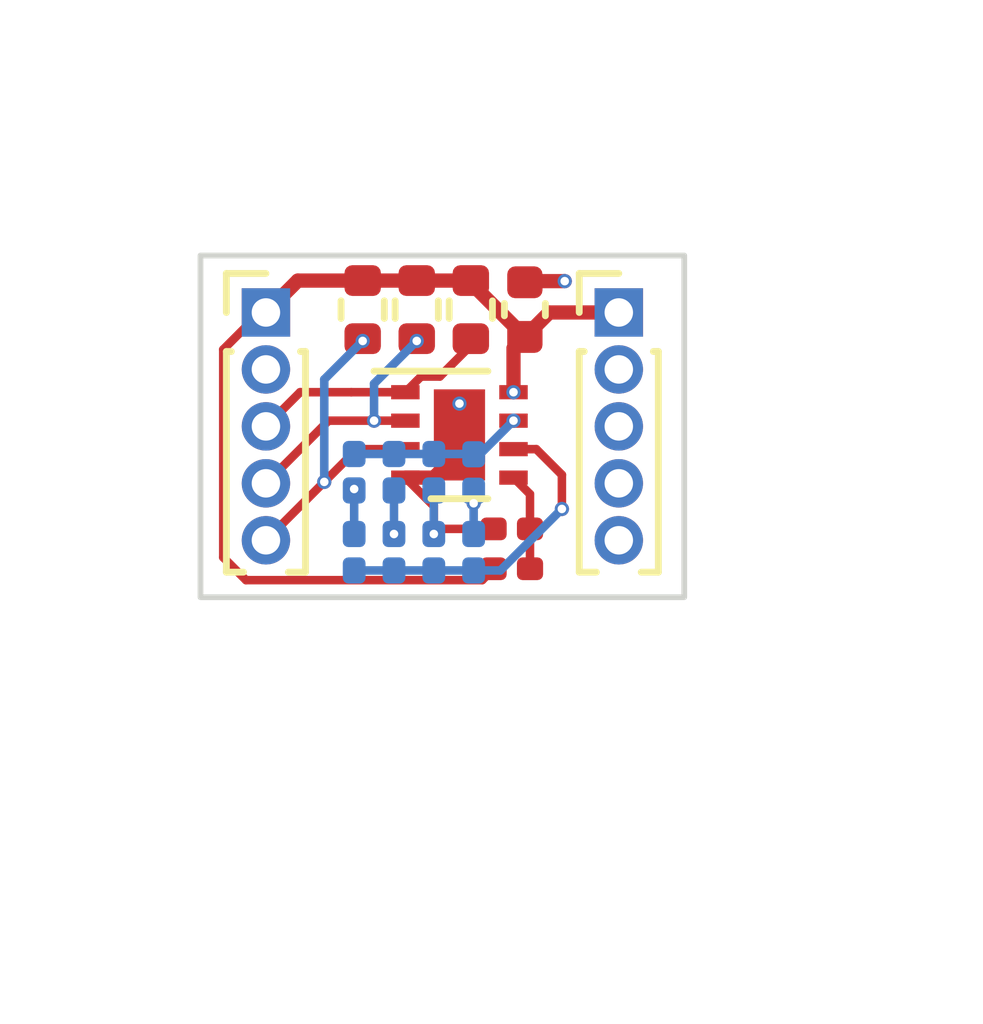
<source format=kicad_pcb>
(kicad_pcb (version 20221018) (generator pcbnew)
  (layers (0 "F.Cu" signal) (1 "In1.Cu" signal) (2 "In2.Cu" signal) (31 "B.Cu" signal) (34 "B.Paste" user) (35 "F.Paste" user) (36 "B.SilkS" user "B.Silkscreen") (37 "F.SilkS" user "F.Silkscreen") (38 "B.Mask" user) (39 "F.Mask" user) (44 "Edge.Cuts" user))
  (net 0 "")
  (net 1 "+3V3")
  (net 2 "GND")
  (net 3 "/SDA")
  (net 4 "/SCL")
  (net 5 "/ALERT")
  (net 6 "/A0")
  (net 7 "/A1")
  (net 8 "/A2")
  (footprint "Package_SON:WSON-8-1EP_2x2mm_P0.5mm_EP0.9x1.6mm_ThermalVias" (layer "F.Cu") (at 153.05 95.75)
    (fp_text reference "U1" hide)
    (fp_text value "TMP1075DSG")
    (fp_line (start -1.5 -1.12) (end 0.5 -1.12) (stroke (width 0.12)) (layer "F.SilkS"))
    (fp_line (start 0.5 1.12) (end -0.5 1.12) (stroke (width 0.12)) (layer "F.SilkS"))
    (pad "1" smd rect (at -0.95 -0.75) (size 0.5 0.25) (layers "F.Cu" "F.Paste" "F.Mask") (net 3 "/SDA"))
    (pad "2" smd rect (at -0.95 -0.25) (size 0.5 0.25) (layers "F.Cu" "F.Paste" "F.Mask") (net 4 "/SCL"))
    (pad "3" smd rect (at -0.95 0.25) (size 0.5 0.25) (layers "F.Cu" "F.Paste" "F.Mask") (net 5 "/ALERT"))
    (pad "4" smd rect (at -0.95 0.75) (size 0.5 0.25) (layers "F.Cu" "F.Paste" "F.Mask") (net 2 "GND"))
    (pad "5" smd rect (at 0.95 0.75) (size 0.5 0.25) (layers "F.Cu" "F.Paste" "F.Mask") (net 8 "/A2"))
    (pad "6" smd rect (at 0.95 0.25) (size 0.5 0.25) (layers "F.Cu" "F.Paste" "F.Mask") (net 7 "/A1"))
    (pad "7" smd rect (at 0.95 -0.25) (size 0.5 0.25) (layers "F.Cu" "F.Paste" "F.Mask") (net 6 "/A0"))
    (pad "8" smd rect (at 0.95 -0.75) (size 0.5 0.25) (layers "F.Cu" "F.Paste" "F.Mask") (net 1 "+3V3"))
    (pad "9" smd rect (at 0 0) (size 0.9 1.6) (layers "F.Cu" "F.Mask") (net 2 "GND"))
  )
  (footprint "Resistor_SMD:R_0201_0603Metric" (layer "F.Cu") (at 153.97 97.4 180)
    (fp_text reference "JP9" hide)
    (fp_text value "SolderJumper_2_Open")
    (pad "1" smd roundrect (at -0.32 0 180) (size 0.46 0.4) (layers "F.Cu" "F.Mask") (net 8 "/A2"))
    (pad "2" smd roundrect (at 0.32 0 180) (size 0.46 0.4) (layers "F.Cu" "F.Mask") (net 2 "GND"))
  )
  (footprint "Resistor_SMD:R_0201_0603Metric" (layer "F.Cu") (at 153.97 98.1 180)
    (fp_text reference "JP10" hide)
    (fp_text value "SolderJumper_2_Open")
    (pad "1" smd roundrect (at -0.32 0 180) (size 0.46 0.4) (layers "F.Cu" "F.Mask") (net 8 "/A2"))
    (pad "2" smd roundrect (at 0.32 0 180) (size 0.46 0.4) (layers "F.Cu" "F.Mask") (net 1 "+3V3"))
  )
  (footprint "Resistor_SMD:R_0402_1005Metric" (layer "F.Cu") (at 151.35 93.55 -90)
    (fp_text reference "R3" hide)
    (fp_text value "4.7kΩ")
    (fp_line (start -0.153641 -0.38) (end 0.153641 -0.38) (stroke (width 0.12)) (layer "F.SilkS"))
    (fp_line (start -0.153641 0.38) (end 0.153641 0.38) (stroke (width 0.12)) (layer "F.SilkS"))
    (pad "1" smd roundrect (at -0.51 0 270) (size 0.54 0.64) (layers "F.Cu" "F.Paste" "F.Mask") (net 1 "+3V3"))
    (pad "2" smd roundrect (at 0.51 0 270) (size 0.54 0.64) (layers "F.Cu" "F.Paste" "F.Mask") (net 5 "/ALERT"))
  )
  (footprint "Connector_PinHeader_1.00mm:PinHeader_1x05_P1.00mm_Vertical" (layer "F.Cu") (at 155.85 93.6)
    (fp_text reference "J2" hide)
    (fp_text value "Conn_01x05")
    (fp_line (start -0.695 -0.685) (end 0 -0.685) (stroke (width 0.12)) (layer "F.SilkS"))
    (fp_line (start -0.695 0) (end -0.695 -0.685) (stroke (width 0.12)) (layer "F.SilkS"))
    (fp_line (start -0.695 0.685) (end -0.695 4.56) (stroke (width 0.12)) (layer "F.SilkS"))
    (fp_line (start -0.695 0.685) (end -0.608276 0.685) (stroke (width 0.12)) (layer "F.SilkS"))
    (fp_line (start -0.695 4.56) (end -0.394493 4.56) (stroke (width 0.12)) (layer "F.SilkS"))
    (fp_line (start 0.394493 4.56) (end 0.695 4.56) (stroke (width 0.12)) (layer "F.SilkS"))
    (fp_line (start 0.608276 0.685) (end 0.695 0.685) (stroke (width 0.12)) (layer "F.SilkS"))
    (fp_line (start 0.695 0.685) (end 0.695 4.56) (stroke (width 0.12)) (layer "F.SilkS"))
    (pad "1" thru_hole rect (at 0 0) (size 0.85 0.85) (drill 0.5) (layers "*.Cu" "*.Mask") (net 1 "+3V3"))
    (pad "2" thru_hole oval (at 0 1) (size 0.85 0.85) (drill 0.5) (layers "*.Cu" "*.Mask") (net 2 "GND"))
    (pad "3" thru_hole oval (at 0 2) (size 0.85 0.85) (drill 0.5) (layers "*.Cu" "*.Mask") (net 3 "/SDA"))
    (pad "4" thru_hole oval (at 0 3) (size 0.85 0.85) (drill 0.5) (layers "*.Cu" "*.Mask") (net 4 "/SCL"))
    (pad "5" thru_hole oval (at 0 4) (size 0.85 0.85) (drill 0.5) (layers "*.Cu" "*.Mask") (net 5 "/ALERT"))
  )
  (footprint "Capacitor_SMD:C_0402_1005Metric" (layer "F.Cu") (at 154.2 93.55 90)
    (fp_text reference "C1" hide)
    (fp_text value "10nF")
    (fp_line (start -0.107836 -0.36) (end 0.107836 -0.36) (stroke (width 0.12)) (layer "F.SilkS"))
    (fp_line (start -0.107836 0.36) (end 0.107836 0.36) (stroke (width 0.12)) (layer "F.SilkS"))
    (pad "1" smd roundrect (at -0.48 0 90) (size 0.56 0.62) (layers "F.Cu" "F.Paste" "F.Mask") (net 1 "+3V3"))
    (pad "2" smd roundrect (at 0.48 0 90) (size 0.56 0.62) (layers "F.Cu" "F.Paste" "F.Mask") (net 2 "GND"))
  )
  (footprint "Connector_PinHeader_1.00mm:PinHeader_1x05_P1.00mm_Vertical" (layer "F.Cu") (at 149.65 93.6)
    (fp_text reference "J1" hide)
    (fp_text value "Conn_01x05")
    (fp_line (start -0.695 -0.685) (end 0 -0.685) (stroke (width 0.12)) (layer "F.SilkS"))
    (fp_line (start -0.695 0) (end -0.695 -0.685) (stroke (width 0.12)) (layer "F.SilkS"))
    (fp_line (start -0.695 0.685) (end -0.695 4.56) (stroke (width 0.12)) (layer "F.SilkS"))
    (fp_line (start -0.695 0.685) (end -0.608276 0.685) (stroke (width 0.12)) (layer "F.SilkS"))
    (fp_line (start -0.695 4.56) (end -0.394493 4.56) (stroke (width 0.12)) (layer "F.SilkS"))
    (fp_line (start 0.394493 4.56) (end 0.695 4.56) (stroke (width 0.12)) (layer "F.SilkS"))
    (fp_line (start 0.608276 0.685) (end 0.695 0.685) (stroke (width 0.12)) (layer "F.SilkS"))
    (fp_line (start 0.695 0.685) (end 0.695 4.56) (stroke (width 0.12)) (layer "F.SilkS"))
    (pad "1" thru_hole rect (at 0 0) (size 0.85 0.85) (drill 0.5) (layers "*.Cu" "*.Mask") (net 1 "+3V3"))
    (pad "2" thru_hole oval (at 0 1) (size 0.85 0.85) (drill 0.5) (layers "*.Cu" "*.Mask") (net 2 "GND"))
    (pad "3" thru_hole oval (at 0 2) (size 0.85 0.85) (drill 0.5) (layers "*.Cu" "*.Mask") (net 3 "/SDA"))
    (pad "4" thru_hole oval (at 0 3) (size 0.85 0.85) (drill 0.5) (layers "*.Cu" "*.Mask") (net 4 "/SCL"))
    (pad "5" thru_hole oval (at 0 4) (size 0.85 0.85) (drill 0.5) (layers "*.Cu" "*.Mask") (net 5 "/ALERT"))
  )
  (footprint "Resistor_SMD:R_0402_1005Metric" (layer "F.Cu") (at 152.3 93.55 -90)
    (fp_text reference "R2" hide)
    (fp_text value "4.7kΩ")
    (fp_line (start -0.153641 -0.38) (end 0.153641 -0.38) (stroke (width 0.12)) (layer "F.SilkS"))
    (fp_line (start -0.153641 0.38) (end 0.153641 0.38) (stroke (width 0.12)) (layer "F.SilkS"))
    (pad "1" smd roundrect (at -0.51 0 270) (size 0.54 0.64) (layers "F.Cu" "F.Paste" "F.Mask") (net 1 "+3V3"))
    (pad "2" smd roundrect (at 0.51 0 270) (size 0.54 0.64) (layers "F.Cu" "F.Paste" "F.Mask") (net 4 "/SCL"))
  )
  (footprint "Resistor_SMD:R_0402_1005Metric" (layer "F.Cu") (at 153.25 93.55 -90)
    (fp_text reference "R1" hide)
    (fp_text value "4.7kΩ")
    (fp_line (start -0.153641 -0.38) (end 0.153641 -0.38) (stroke (width 0.12)) (layer "F.SilkS"))
    (fp_line (start -0.153641 0.38) (end 0.153641 0.38) (stroke (width 0.12)) (layer "F.SilkS"))
    (pad "1" smd roundrect (at -0.51 0 270) (size 0.54 0.64) (layers "F.Cu" "F.Paste" "F.Mask") (net 1 "+3V3"))
    (pad "2" smd roundrect (at 0.51 0 270) (size 0.54 0.64) (layers "F.Cu" "F.Paste" "F.Mask") (net 3 "/SDA"))
  )
  (footprint "Resistor_SMD:R_0201_0603Metric" (layer "B.Cu") (at 152.6 96.405 -90)
    (fp_text reference "JP3" hide)
    (fp_text value "SolderJumper_2_Open")
    (pad "1" smd roundrect (at -0.32 0 270) (size 0.46 0.4) (layers "B.Cu" "B.Mask") (net 6 "/A0"))
    (pad "2" smd roundrect (at 0.32 0 270) (size 0.46 0.4) (layers "B.Cu" "B.Mask") (net 2 "GND"))
  )
  (footprint "Resistor_SMD:R_0201_0603Metric" (layer "B.Cu") (at 151.9 97.81 90)
    (fp_text reference "JP6" hide)
    (fp_text value "SolderJumper_2_Open")
    (pad "1" smd roundrect (at -0.32 0 90) (size 0.46 0.4) (layers "B.Cu" "B.Mask") (net 7 "/A1"))
    (pad "2" smd roundrect (at 0.32 0 90) (size 0.46 0.4) (layers "B.Cu" "B.Mask") (net 4 "/SCL"))
  )
  (footprint "Resistor_SMD:R_0201_0603Metric" (layer "B.Cu") (at 151.9 96.405 -90)
    (fp_text reference "JP2" hide)
    (fp_text value "SolderJumper_2_Open")
    (pad "1" smd roundrect (at -0.32 0 270) (size 0.46 0.4) (layers "B.Cu" "B.Mask") (net 6 "/A0"))
    (pad "2" smd roundrect (at 0.32 0 270) (size 0.46 0.4) (layers "B.Cu" "B.Mask") (net 4 "/SCL"))
  )
  (footprint "Resistor_SMD:R_0201_0603Metric" (layer "B.Cu") (at 153.3 97.81 90)
    (fp_text reference "JP8" hide)
    (fp_text value "SolderJumper_2_Open")
    (pad "1" smd roundrect (at -0.32 0 90) (size 0.46 0.4) (layers "B.Cu" "B.Mask") (net 7 "/A1"))
    (pad "2" smd roundrect (at 0.32 0 90) (size 0.46 0.4) (layers "B.Cu" "B.Mask") (net 1 "+3V3"))
  )
  (footprint "Resistor_SMD:R_0201_0603Metric" (layer "B.Cu") (at 153.3 96.41 -90)
    (fp_text reference "JP4" hide)
    (fp_text value "SolderJumper_2_Open")
    (pad "1" smd roundrect (at -0.32 0 270) (size 0.46 0.4) (layers "B.Cu" "B.Mask") (net 6 "/A0"))
    (pad "2" smd roundrect (at 0.32 0 270) (size 0.46 0.4) (layers "B.Cu" "B.Mask") (net 1 "+3V3"))
  )
  (footprint "Resistor_SMD:R_0201_0603Metric" (layer "B.Cu") (at 151.2 97.81 90)
    (fp_text reference "JP5" hide)
    (fp_text value "SolderJumper_2_Open")
    (pad "1" smd roundrect (at -0.32 0 90) (size 0.46 0.4) (layers "B.Cu" "B.Mask") (net 7 "/A1"))
    (pad "2" smd roundrect (at 0.32 0 90) (size 0.46 0.4) (layers "B.Cu" "B.Mask") (net 3 "/SDA"))
  )
  (footprint "Resistor_SMD:R_0201_0603Metric" (layer "B.Cu") (at 151.2 96.405 -90)
    (fp_text reference "JP1" hide)
    (fp_text value "SolderJumper_2_Open")
    (pad "1" smd roundrect (at -0.32 0 270) (size 0.46 0.4) (layers "B.Cu" "B.Mask") (net 6 "/A0"))
    (pad "2" smd roundrect (at 0.32 0 270) (size 0.46 0.4) (layers "B.Cu" "B.Mask") (net 3 "/SDA"))
  )
  (footprint "Resistor_SMD:R_0201_0603Metric" (layer "B.Cu") (at 152.6 97.81 90)
    (fp_text reference "JP7" hide)
    (fp_text value "SolderJumper_2_Open")
    (pad "1" smd roundrect (at -0.32 0 90) (size 0.46 0.4) (layers "B.Cu" "B.Mask") (net 7 "/A1"))
    (pad "2" smd roundrect (at 0.32 0 90) (size 0.46 0.4) (layers "B.Cu" "B.Mask") (net 2 "GND"))
  )
  (gr_rect (start 148.5 92.6) (end 157 98.6) (stroke (width 0.1)) (fill none) (layer "Edge.Cuts"))
  (segment (start 154.63 93.6) (end 154.2 94.03) (width 0.25) (layer "F.Cu") (net 1))
  (segment (start 148.9 97.9) (end 148.9 94.25) (width 0.15) (layer "F.Cu") (net 1))
  (segment (start 153.65 98.1) (end 153.45 98.3) (width 0.15) (layer "F.Cu") (net 1))
  (segment (start 154 94.23) (end 154.2 94.03) (width 0.25) (layer "F.Cu") (net 1))
  (segment (start 155.85 93.6) (end 154.63 93.6) (width 0.25) (layer "F.Cu") (net 1))
  (segment (start 153.45 98.3) (end 149.3 98.3) (width 0.15) (layer "F.Cu") (net 1))
  (segment (start 153.25 93.04) (end 153.25 93.08) (width 0.25) (layer "F.Cu") (net 1))
  (segment (start 154 95) (end 154 94.23) (width 0.25) (layer "F.Cu") (net 1))
  (segment (start 148.9 94.25) (end 149.55 93.6) (width 0.15) (layer "F.Cu") (net 1))
  (segment (start 149.3 98.3) (end 148.9 97.9) (width 0.15) (layer "F.Cu") (net 1))
  (segment (start 149.55 93.6) (end 149.65 93.6) (width 0.15) (layer "F.Cu") (net 1))
  (segment (start 150.21 93.04) (end 149.65 93.6) (width 0.25) (layer "F.Cu") (net 1))
  (segment (start 153.25 93.08) (end 154.2 94.03) (width 0.25) (layer "F.Cu") (net 1))
  (segment (start 153.25 93.04) (end 150.21 93.04) (width 0.25) (layer "F.Cu") (net 1))
  (via (at 154 95) (size 0.25) (drill 0.15) (layers "F.Cu" "B.Cu") (net 1))
  (via (at 153.3 96.95) (size 0.25) (drill 0.15) (layers "F.Cu" "B.Cu") (net 1))
  (segment (start 153.3 96.95) (end 153.3 97.49) (width 0.15) (layer "B.Cu") (net 1))
  (segment (start 153.3 96.73) (end 153.3 96.95) (width 0.15) (layer "B.Cu") (net 1))
  (segment (start 154.22 93.05) (end 154.2 93.07) (width 0.25) (layer "F.Cu") (net 2))
  (segment (start 152.6 97.49) (end 152.6 97) (width 0.15) (layer "F.Cu") (net 2))
  (segment (start 153.05 96.05) (end 153.05 95.75) (width 0.25) (layer "F.Cu") (net 2))
  (segment (start 152.69 97.4) (end 152.6 97.49) (width 0.15) (layer "F.Cu") (net 2))
  (segment (start 152.1 96.5) (end 152.6 96.5) (width 0.25) (layer "F.Cu") (net 2))
  (segment (start 154.9 93.05) (end 154.22 93.05) (width 0.25) (layer "F.Cu") (net 2))
  (segment (start 152.6 97) (end 152.1 96.5) (width 0.15) (layer "F.Cu") (net 2))
  (segment (start 153.65 97.4) (end 152.69 97.4) (width 0.15) (layer "F.Cu") (net 2))
  (segment (start 152.6 96.5) (end 153.05 96.05) (width 0.25) (layer "F.Cu") (net 2))
  (via (at 152.6 97.49) (size 0.25) (drill 0.15) (layers "F.Cu" "B.Cu") (net 2))
  (via (at 154.9 93.05) (size 0.25) (drill 0.15) (layers "F.Cu" "B.Cu") (net 2))
  (via (at 153.05 95.2) (size 0.25) (drill 0.15) (layers "F.Cu" "B.Cu") (net 2))
  (segment (start 152.6 96.725) (end 152.6 97.49) (width 0.15) (layer "B.Cu") (net 2))
  (segment (start 153.25 94.18) (end 152.705 94.725) (width 0.15) (layer "F.Cu") (net 3))
  (segment (start 152.705 94.725) (end 152.375 94.725) (width 0.15) (layer "F.Cu") (net 3))
  (segment (start 150.25 95) (end 149.65 95.6) (width 0.15) (layer "F.Cu") (net 3))
  (segment (start 151.15 95) (end 150.25 95) (width 0.15) (layer "F.Cu") (net 3))
  (segment (start 152.375 94.725) (end 152.1 95) (width 0.15) (layer "F.Cu") (net 3))
  (segment (start 153.25 94.06) (end 153.25 94.18) (width 0.15) (layer "F.Cu") (net 3))
  (segment (start 152.1 95) (end 151.15 95) (width 0.15) (layer "F.Cu") (net 3))
  (via (at 151.2 96.7) (size 0.25) (drill 0.15) (layers "F.Cu" "B.Cu") (net 3))
  (segment (start 151.2 96.725) (end 151.2 96.7) (width 0.15) (layer "B.Cu") (net 3))
  (segment (start 151.2 96.7) (end 151.2 97.49) (width 0.15) (layer "B.Cu") (net 3))
  (segment (start 152.1 95.5) (end 151.549996 95.5) (width 0.15) (layer "F.Cu") (net 4))
  (segment (start 149.65 96.6) (end 150.75 95.5) (width 0.15) (layer "F.Cu") (net 4))
  (segment (start 150.75 95.5) (end 151.549996 95.5) (width 0.15) (layer "F.Cu") (net 4))
  (via (at 152.3 94.1) (size 0.25) (drill 0.15) (layers "F.Cu" "B.Cu") (net 4))
  (via (at 151.9 97.49) (size 0.25) (drill 0.15) (layers "F.Cu" "B.Cu") (net 4))
  (via (at 151.549996 95.5) (size 0.25) (drill 0.15) (layers "F.Cu" "B.Cu") (net 4))
  (segment (start 151.9 96.725) (end 151.9 97.49) (width 0.15) (layer "B.Cu") (net 4))
  (segment (start 152.3 94.1) (end 151.549996 94.850004) (width 0.15) (layer "B.Cu") (net 4))
  (segment (start 151.549996 94.850004) (end 151.549996 95.5) (width 0.15) (layer "B.Cu") (net 4))
  (segment (start 151.35 94.06) (end 151.35 94.1) (width 0.15) (layer "F.Cu") (net 5))
  (segment (start 152.1 96) (end 151.25 96) (width 0.15) (layer "F.Cu") (net 5))
  (segment (start 150.675 96.575) (end 149.65 97.6) (width 0.15) (layer "F.Cu") (net 5))
  (segment (start 151.25 96) (end 150.675 96.575) (width 0.15) (layer "F.Cu") (net 5))
  (segment (start 151.35 94.1) (end 151.19 94.06) (width 0.15) (layer "F.Cu") (net 5))
  (via (at 151.35 94.1) (size 0.25) (drill 0.15) (layers "F.Cu" "B.Cu") (net 5))
  (via (at 150.675 96.575) (size 0.25) (drill 0.15) (layers "F.Cu" "B.Cu") (net 5))
  (segment (start 151.35 94.1) (end 150.675 94.775) (width 0.15) (layer "B.Cu") (net 5))
  (segment (start 150.675 94.775) (end 150.675 96.575) (width 0.15) (layer "B.Cu") (net 5))
  (segment (start 150.65 96.55) (end 150.675 96.575) (width 0.15) (layer "B.Cu") (net 5))
  (via (at 154 95.5) (size 0.25) (drill 0.15) (layers "F.Cu" "B.Cu") (net 6))
  (segment (start 153.295 96.085) (end 153.3 96.09) (width 0.15) (layer "B.Cu") (net 6))
  (segment (start 153.3 96.09) (end 153.41 96.09) (width 0.15) (layer "B.Cu") (net 6))
  (segment (start 153.41 96.09) (end 154 95.5) (width 0.15) (layer "B.Cu") (net 6))
  (segment (start 151.2 96.085) (end 153.295 96.085) (width 0.15) (layer "B.Cu") (net 6))
  (segment (start 154.85 96.45) (end 154.4 96) (width 0.15) (layer "F.Cu") (net 7))
  (segment (start 154.4 96) (end 154 96) (width 0.15) (layer "F.Cu") (net 7))
  (segment (start 154.85 97.05) (end 154.85 96.45) (width 0.15) (layer "F.Cu") (net 7))
  (via (at 154.85 97.05) (size 0.25) (drill 0.15) (layers "F.Cu" "B.Cu") (net 7))
  (segment (start 153.77 98.13) (end 154.85 97.05) (width 0.15) (layer "B.Cu") (net 7))
  (segment (start 151.2 98.13) (end 153.3 98.13) (width 0.15) (layer "B.Cu") (net 7))
  (segment (start 153.3 98.13) (end 153.77 98.13) (width 0.15) (layer "B.Cu") (net 7))
  (segment (start 154 96.5) (end 154.29 96.79) (width 0.15) (layer "F.Cu") (net 8))
  (segment (start 154.29 96.79) (end 154.29 98.1) (width 0.15) (layer "F.Cu") (net 8))
)
</source>
